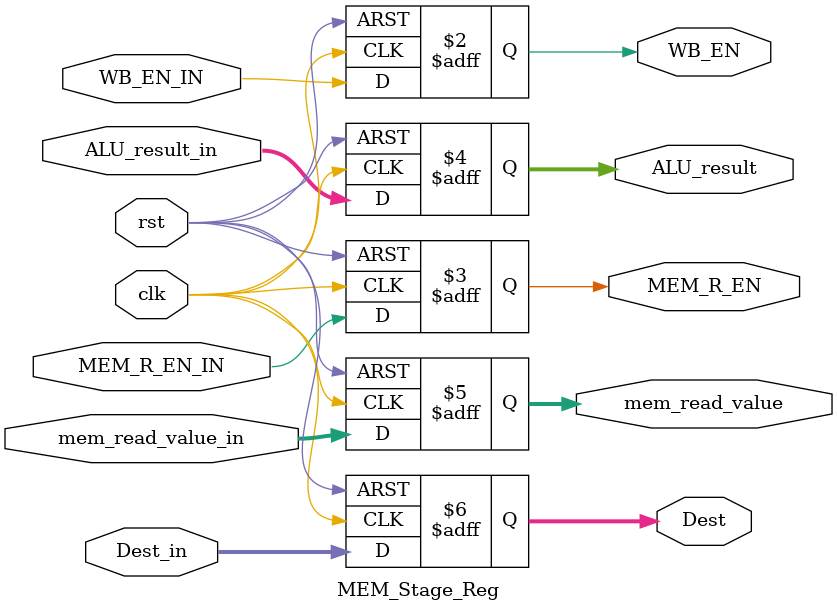
<source format=v>
module MEM_Stage_Reg (
  input clk, rst, WB_EN_IN, MEM_R_EN_IN,
  input[31:0] ALU_result_in, mem_read_value_in,
  input[3:0] Dest_in,
  output reg WB_EN, MEM_R_EN,
  output reg[31:0] ALU_result, mem_read_value,
  output reg[3:0] Dest
);

  always@(posedge clk, posedge rst) begin
    if (rst) begin
      {WB_EN, MEM_R_EN, ALU_result, mem_read_value, Dest} <= 0;
    end
    else begin
	    WB_EN <= WB_EN_IN;
		  MEM_R_EN <= MEM_R_EN_IN;
		  ALU_result <= ALU_result_in;
		  mem_read_value <= mem_read_value_in;
		  Dest <= Dest_in;
	  end
	end  
endmodule

</source>
